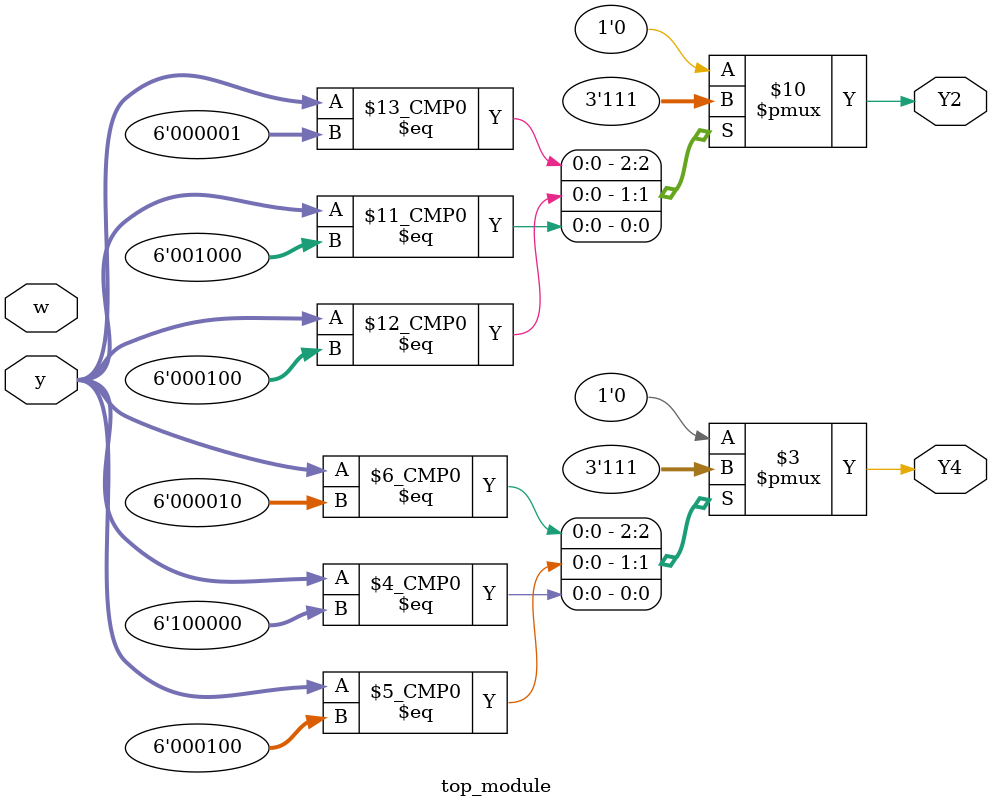
<source format=sv>
module top_module (
	input [6:1] y,
	input w,
	output Y2,
	output Y4
);

reg Y2;
reg Y4;

always @(y or w) begin
	case(y)
		6'b000001: begin		// state A
			Y2 = 1'b1;
			Y4 = 1'b0;
		end
		6'b000010: begin		// state B
			Y2 = 1'b0;
			Y4 = 1'b1;
		end
		6'b000100: begin		// state C
			Y2 = 1'b1;
			Y4 = 1'b1;
		end
		6'b001000: begin		// state D
			Y2 = 1'b1;
			Y4 = 1'b0;
		end
		6'b010000: begin		// state E
			Y2 = 1'b0;
			Y4 = 1'b0;
		end
		6'b100000: begin		// state F
			Y2 = 1'b0;
			Y4 = 1'b1;
		end
		default: begin		// default case
			Y2 = 1'b0;
			Y4 = 1'b0;
		end
	endcase
end

endmodule

</source>
